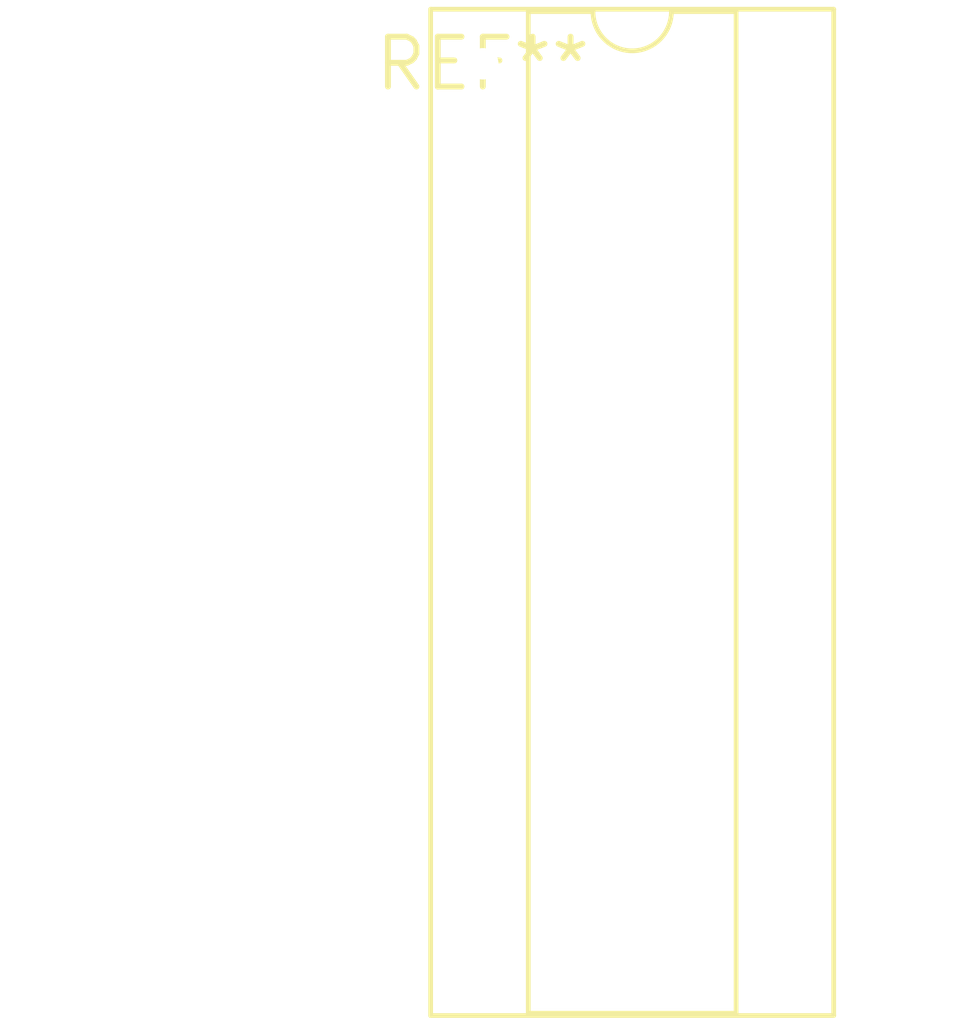
<source format=kicad_pcb>
(kicad_pcb (version 20240108) (generator pcbnew)
  (layers (0 "F.Cu" signal) (31 "B.Cu" signal) (34 "B.Paste" user) (35 "F.Paste" user) (36 "B.SilkS" user "B.Silkscreen") (37 "F.SilkS" user "F.Silkscreen") (38 "B.Mask" user) (39 "F.Mask" user) (44 "Edge.Cuts" user))
  (net 0 "")
  (footprint "DIP-20_W7.62mm_Socket" (layer "F.Cu") (at 0 0)
    (property "Reference" "REF**")
    (property "Value" "DIP-20_W7.62mm_Socket")
    (fp_line (start -1.33 -1.39) (end -1.33 24.25) (layer "F.SilkS") (stroke (width 0.12)))
    (fp_line (start -1.33 24.25) (end 8.95 24.25) (layer "F.SilkS") (stroke (width 0.12)))
    (fp_line (start 1.16 -1.33) (end 1.16 24.19) (layer "F.SilkS") (stroke (width 0.12)))
    (fp_line (start 1.16 24.19) (end 6.46 24.19) (layer "F.SilkS") (stroke (width 0.12)))
    (fp_line (start 2.81 -1.33) (end 1.16 -1.33) (layer "F.SilkS") (stroke (width 0.12)))
    (fp_line (start 6.46 -1.33) (end 4.81 -1.33) (layer "F.SilkS") (stroke (width 0.12)))
    (fp_line (start 6.46 24.19) (end 6.46 -1.33) (layer "F.SilkS") (stroke (width 0.12)))
    (fp_line (start 8.95 -1.39) (end -1.33 -1.39) (layer "F.SilkS") (stroke (width 0.12)))
    (fp_line (start 8.95 24.25) (end 8.95 -1.39) (layer "F.SilkS") (stroke (width 0.12)))
    (fp_arc (start 4.81 -1.33) (mid 3.81 -0.33) (end 2.81 -1.33) (layer "F.SilkS") (stroke (width 0.12)))
    (pad "1" thru_hole rect (at 0 0) (size 1.6 1.6) (drill 0.8) (layers *.Cu *.Mask) (remove_unused_layers))
    (pad "2" thru_hole oval (at 0 2.54) (size 1.6 1.6) (drill 0.8) (layers *.Cu *.Mask) (remove_unused_layers))
    (pad "3" thru_hole oval (at 0 5.08) (size 1.6 1.6) (drill 0.8) (layers *.Cu *.Mask) (remove_unused_layers))
    (pad "4" thru_hole oval (at 0 7.62) (size 1.6 1.6) (drill 0.8) (layers *.Cu *.Mask) (remove_unused_layers))
    (pad "5" thru_hole oval (at 0 10.16) (size 1.6 1.6) (drill 0.8) (layers *.Cu *.Mask) (remove_unused_layers))
    (pad "6" thru_hole oval (at 0 12.7) (size 1.6 1.6) (drill 0.8) (layers *.Cu *.Mask) (remove_unused_layers))
    (pad "7" thru_hole oval (at 0 15.24) (size 1.6 1.6) (drill 0.8) (layers *.Cu *.Mask) (remove_unused_layers))
    (pad "8" thru_hole oval (at 0 17.78) (size 1.6 1.6) (drill 0.8) (layers *.Cu *.Mask) (remove_unused_layers))
    (pad "9" thru_hole oval (at 0 20.32) (size 1.6 1.6) (drill 0.8) (layers *.Cu *.Mask) (remove_unused_layers))
    (pad "10" thru_hole oval (at 0 22.86) (size 1.6 1.6) (drill 0.8) (layers *.Cu *.Mask) (remove_unused_layers))
    (pad "11" thru_hole oval (at 7.62 22.86) (size 1.6 1.6) (drill 0.8) (layers *.Cu *.Mask) (remove_unused_layers))
    (pad "12" thru_hole oval (at 7.62 20.32) (size 1.6 1.6) (drill 0.8) (layers *.Cu *.Mask) (remove_unused_layers))
    (pad "13" thru_hole oval (at 7.62 17.78) (size 1.6 1.6) (drill 0.8) (layers *.Cu *.Mask) (remove_unused_layers))
    (pad "14" thru_hole oval (at 7.62 15.24) (size 1.6 1.6) (drill 0.8) (layers *.Cu *.Mask) (remove_unused_layers))
    (pad "15" thru_hole oval (at 7.62 12.7) (size 1.6 1.6) (drill 0.8) (layers *.Cu *.Mask) (remove_unused_layers))
    (pad "16" thru_hole oval (at 7.62 10.16) (size 1.6 1.6) (drill 0.8) (layers *.Cu *.Mask) (remove_unused_layers))
    (pad "17" thru_hole oval (at 7.62 7.62) (size 1.6 1.6) (drill 0.8) (layers *.Cu *.Mask) (remove_unused_layers))
    (pad "18" thru_hole oval (at 7.62 5.08) (size 1.6 1.6) (drill 0.8) (layers *.Cu *.Mask) (remove_unused_layers))
    (pad "19" thru_hole oval (at 7.62 2.54) (size 1.6 1.6) (drill 0.8) (layers *.Cu *.Mask) (remove_unused_layers))
    (pad "20" thru_hole oval (at 7.62 0) (size 1.6 1.6) (drill 0.8) (layers *.Cu *.Mask) (remove_unused_layers))
  )
)
</source>
